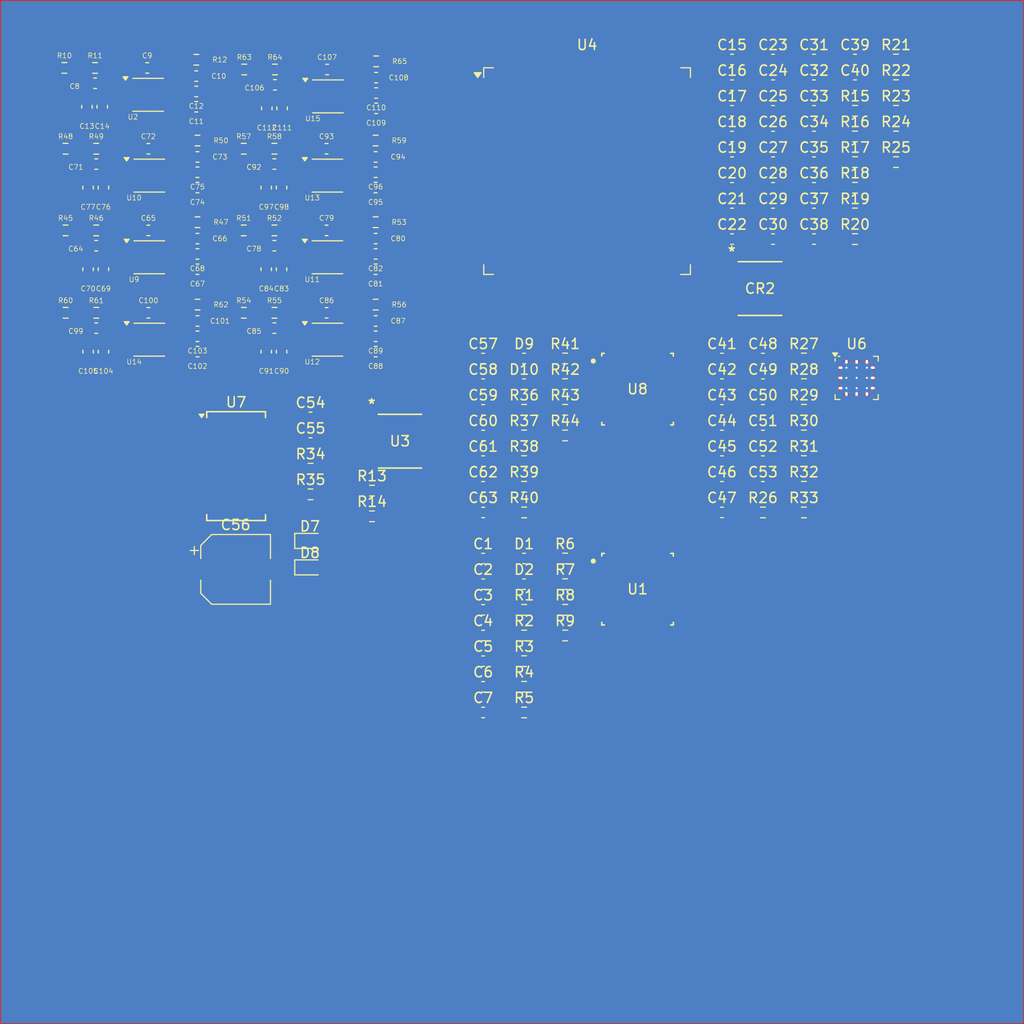
<source format=kicad_pcb>
(kicad_pcb (version 20241229) (generator "pcbnew") (generator_version "9.0")
  (layers (0 "F.Cu" signal) (2 "B.Cu" signal) (13 "F.Paste" user) (15 "B.Paste" user) (5 "F.SilkS" user "F.Silkscreen") (7 "B.SilkS" user "B.Silkscreen") (1 "F.Mask" user) (3 "B.Mask" user) (25 "Edge.Cuts" user))
  (net 0 "")
  (net 1 "+5V")
  (net 2 "GND")
  (net 3 "Net-(U2--IN)")
  (net 4 "Net-(U2-+IN)")
  (net 5 "/TC0/TC_INPUT-")
  (net 6 "/TC0/TC_INPUT+")
  (net 8 "/TC0/TC_OUT")
  (net 9 "Net-(U1-PLLCAP)")
  (net 10 "Net-(U1-XTAL1)")
  (net 11 "Net-(U1-XTAL2)")
  (net 12 "Net-(U4-PH0)")
  (net 13 "Net-(U4-PH1)")
  (net 14 "/STM/MCU_nRST")
  (net 15 "Net-(C18-Pad1)")
  (net 16 "Net-(C19-Pad1)")
  (net 17 "Net-(U4-PC14)")
  (net 18 "Net-(U4-PC15)")
  (net 19 "/STM/MCU_VREF+")
  (net 20 "/STM/MCU_VDDA")
  (net 21 "+3V3")
  (net 22 "Net-(U6-XTAL1{slash}CLKIN)")
  (net 23 "Net-(U6-XTAL2)")
  (net 24 "/PHY/ETH_TXD_P")
  (net 25 "/PHY/ETH_TXD_N")
  (net 26 "/PHY/ETH_RXD_P")
  (net 27 "/PHY/ETH_RXD_N")
  (net 28 "/PHY/VDDCR")
  (net 29 "Net-(U7-3V3OUT)")
  (net 30 "Net-(U8-PLLCAP)")
  (net 31 "Net-(U8-XTAL1)")
  (net 32 "Net-(U8-XTAL2)")
  (net 33 "Net-(U9--IN)")
  (net 34 "Net-(U9-+IN)")
  (net 35 "Net-(U10--IN)")
  (net 36 "Net-(U10-+IN)")
  (net 37 "Net-(U11--IN)")
  (net 38 "Net-(U11-+IN)")
  (net 39 "Net-(U12--IN)")
  (net 40 "Net-(U12-+IN)")
  (net 41 "Net-(U13--IN)")
  (net 42 "Net-(U13-+IN)")
  (net 43 "Net-(U14--IN)")
  (net 44 "Net-(U14-+IN)")
  (net 45 "Net-(U15--IN)")
  (net 46 "Net-(U15-+IN)")
  (net 47 "UART4_RXD")
  (net 48 "UART4_TXD-")
  (net 50 "UART4_TXD")
  (net 51 "UART4_TXD+")
  (net 53 "Net-(D1-A)")
  (net 54 "Net-(D2-A)")
  (net 55 "Net-(D7-A)")
  (net 56 "Net-(D7-K)")
  (net 57 "Net-(D8-K)")
  (net 58 "Net-(D8-A)")
  (net 59 "Net-(D9-A)")
  (net 60 "Net-(D10-A)")
  (net 61 "Net-(U1-GPIO0)")
  (net 62 "Net-(U1-GPIO1)")
  (net 63 "Net-(U1-GPIO2)")
  (net 64 "Net-(U1-GPIO3)")
  (net 65 "Net-(U1-GPIO4)")
  (net 66 "Net-(U1-GPIO5)")
  (net 67 "Net-(U1-GPIO6)")
  (net 68 "Net-(U1-GPIO7)")
  (net 69 "Net-(U3-IN+)")
  (net 70 "SDMMC1_D3")
  (net 71 "Net-(J5-CD{slash}DAT3)")
  (net 72 "Net-(J5-DAT2)")
  (net 73 "SDMMC1_D2")
  (net 74 "SDMMC1_D1")
  (net 75 "Net-(J5-DAT1)")
  (net 76 "SDMMC1_D0")
  (net 77 "Net-(J5-DAT0)")
  (net 78 "CARD_DETECT")
  (net 79 "WRITE_PROTECT")
  (net 80 "Net-(D3-A)")
  (net 81 "Net-(D3-K)")
  (net 82 "Net-(D4-K)")
  (net 83 "Net-(U6-RBIAS)")
  (net 84 "Net-(U8-GPIO0)")
  (net 85 "Net-(U8-GPIO1)")
  (net 86 "Net-(U8-GPIO2)")
  (net 87 "Net-(U8-GPIO3)")
  (net 88 "Net-(U8-GPIO4)")
  (net 89 "Net-(U8-GPIO5)")
  (net 90 "Net-(U8-GPIO6)")
  (net 91 "Net-(U8-GPIO7)")
  (net 92 "/TC1/TC_INPUT-")
  (net 93 "/TC1/TC_INPUT+")
  (net 94 "/TC2/TC_INPUT-")
  (net 95 "/TC2/TC_INPUT+")
  (net 96 "/TC3/TC_INPUT-")
  (net 97 "/TC3/TC_INPUT+")
  (net 98 "/TC4/TC_INPUT-")
  (net 99 "/TC4/TC_INPUT+")
  (net 100 "/TC5/TC_INPUT-")
  (net 101 "/TC5/TC_INPUT+")
  (net 102 "/TC6/TC_INPUT-")
  (net 103 "/TC6/TC_INPUT+")
  (net 104 "/TC7/TC_INPUT-")
  (net 105 "/TC7/TC_INPUT+")
  (net 106 "/ADC0/AIN3")
  (net 107 "/ADC0/AIN0")
  (net 112 "/ADC0/AIN4")
  (net 113 "/ADC0/AIN13")
  (net 116 "/ADC0/AIN12")
  (net 118 "/ADC0/AIN1")
  (net 119 "/ADC0/AIN9")
  (net 120 "/ADC0/AIN5")
  (net 122 "/ADC0/AIN6")
  (net 124 "/ADC0/AIN15")
  (net 125 "/ADC0/AIN10")
  (net 127 "/ADC0/AIN14")
  (net 128 "/ADC0/AIN11")
  (net 129 "/ADC0/AIN8")
  (net 130 "/ADC0/AIN2")
  (net 131 "/ADC0/AIN7")
  (net 132 "/BUF_2V5")
  (net 136 "/STM/PC7")
  (net 137 "/STM/PB10")
  (net 138 "/STM/PB0")
  (net 139 "/STM/PE1")
  (net 140 "/STM/PD14")
  (net 141 "ETH_RXD1")
  (net 143 "/STM/PE6")
  (net 144 "/STM/PC13")
  (net 145 "/STM/PE5")
  (net 146 "/STM/PE0")
  (net 147 "/STM/PB6")
  (net 148 "/STM/PG9")
  (net 149 "/STM/PD1")
  (net 150 "/STM/PE15")
  (net 151 "/STM/PE9")
  (net 152 "ETH_TXD1")
  (net 153 "/STM/PE14")
  (net 154 "ETH_RXD0")
  (net 155 "/STM/PE4")
  (net 156 "/STM/DBG_JTDO")
  (net 157 "/STM/PA5")
  (net 158 "/STM/PB14")
  (net 159 "/STM/PE8")
  (net 160 "/STM/PG8")
  (net 161 "/STM/PG13")
  (net 162 "ETH_TX_EN")
  (net 163 "/STM/PD12")
  (net 164 "/STM/PB8")
  (net 165 "/STM/PB1")
  (net 166 "/STM/PF6")
  (net 167 "/STM/PF9")
  (net 168 "/STM/PB15")
  (net 169 "/STM/PF7")
  (net 170 "/STM/PG3")
  (net 171 "SDMMC1_CK")
  (net 172 "ETH_CRS_DV")
  (net 173 "/STM/PG2")
  (net 174 "/STM/PD13")
  (net 175 "/STM/PA8")
  (net 176 "/STM/PF4")
  (net 177 "/STM/PB5")
  (net 178 "/STM/PD4")
  (net 179 "/STM/PD3")
  (net 180 "ETH_TXD0")
  (net 181 "/STM/PC0")
  (net 182 "/STM/PC6")
  (net 183 "/STM/PG14")
  (net 184 "/STM/PF11")
  (net 185 "/STM/PE13")
  (net 186 "/STM/PF3")
  (net 187 "/STM/PG7")
  (net 188 "/STM/DBG_JTDI")
  (net 189 "/STM/PD15")
  (net 190 "/STM/PF8")
  (net 191 "/STM/PF10")
  (net 192 "/STM/PD9")
  (net 193 "/STM/PG10")
  (net 194 "/STM/PF1")
  (net 195 "/STM/PG4")
  (net 196 "/STM/PD8")
  (net 197 "/STM/PB2")
  (net 198 "/STM/DBG_JTCK-SWCLK")
  (net 199 "/STM/PA4")
  (net 200 "/STM/PC2")
  (net 201 "/STM/PA3")
  (net 202 "/STM/PE12")
  (net 203 "/STM/PG15")
  (net 204 "/STM/PF14")
  (net 205 "/STM/PA12")
  (net 206 "/STM/PG12")
  (net 207 "/STM/DBG_JTRST")
  (net 208 "ETH_MDC")
  (net 209 "SDMMC1_CMD")
  (net 210 "/STM/PE3")
  (net 211 "/STM/PB7")
  (net 212 "/STM/PF0")
  (net 213 "/STM/PD6")
  (net 214 "ETH_MDIO")
  (net 215 "/STM/PF5")
  (net 216 "ETH_REF_CLK")
  (net 217 "/STM/PD7")
  (net 218 "/STM/PF15")
  (net 219 "/STM/PD0")
  (net 220 "/STM/PE11")
  (net 221 "/STM/PD10")
  (net 222 "/STM/PE10")
  (net 223 "/STM/PG5")
  (net 224 "/STM/PD11")
  (net 225 "/STM/PA9")
  (net 226 "/STM/PA6")
  (net 227 "/STM/PG11")
  (net 228 "/STM/PF13")
  (net 229 "/STM/PE2")
  (net 230 "/STM/PA10")
  (net 231 "/STM/PE7")
  (net 232 "/STM/PF2")
  (net 233 "/STM/PF12")
  (net 234 "/STM/DBG_JTMS-SWDIO")
  (net 235 "/STM/PB9")
  (net 236 "/STM/PG6")
  (net 237 "/STM/PC3")
  (net 238 "/STM/PD5")
  (net 239 "Net-(D4-A)")
  (net 243 "USBC_D.N")
  (net 251 "USBC_D.P")
  (net 254 "/ADC1/AIN15")
  (net 255 "/ADC1/AIN13")
  (net 256 "/ADC1/AIN9")
  (net 259 "/ADC1/AIN2")
  (net 260 "/ADC1/AIN4")
  (net 263 "/ADC1/AIN5")
  (net 264 "/ADC1/AIN0")
  (net 265 "/ADC1/AIN8")
  (net 267 "/ADC1/AIN11")
  (net 268 "/ADC1/AIN14")
  (net 269 "/ADC1/AIN12")
  (net 272 "/ADC1/AIN1")
  (net 274 "/ADC1/AIN6")
  (net 275 "/ADC1/AIN3")
  (net 276 "/ADC1/AIN7")
  (net 279 "/ADC1/AIN10")
  (net 280 "/TC1/TC_OUT")
  (net 282 "/TC2/TC_OUT")
  (net 285 "/TC3/TC_OUT")
  (net 286 "/TC4/TC_OUT")
  (net 288 "/TC5/TC_OUT")
  (net 290 "/TC6/TC_OUT")
  (net 293 "/TC7/TC_OUT")
  (footprint "Capacitor_SMD:C_0603_1608Metric" (layer "F.Cu") (at 107.535 71.25)
    (property "Reference" "C51")
    (property "Value" "1u")
  )
  (footprint "Resistor_SMD:R_0603_1608Metric" (layer "F.Cu") (at 111.545 78.78)
    (property "Reference" "R33")
    (property "Value" "49.9")
  )
  (footprint "Package_SO:MSOP-8_3x3mm_P0.65mm" (layer "F.Cu") (at 47.505 61.88)
    (property "Reference" "U14")
    (property "Value" "AD8495")
  )
  (footprint "Capacitor_SMD:C_0603_1608Metric" (layer "F.Cu") (at 41.52 63.05 -90)
    (property "Reference" "C105")
    (property "Value" "10uF")
  )
  (footprint "Resistor_SMD:R_0603_1608Metric" (layer "F.Cu") (at 39.315 43.2)
    (property "Reference" "R48")
    (property "Value" "1M")
  )
  (footprint "Capacitor_SMD:C_0603_1608Metric" (layer "F.Cu") (at 69.65 60.05 180)
    (property "Reference" "C87")
    (property "Value" "1nF")
  )
  (footprint "Capacitor_SMD:C_0603_1608Metric" (layer "F.Cu") (at 80.165 85.8)
    (property "Reference" "C2")
    (property "Value" "10uF")
  )
  (footprint "Package_DFN_QFN:VQFN-24-1EP_4x4mm_P0.5mm_EP2.5x2.5mm_ThermalVias" (layer "F.Cu") (at 116.705 65.62)
    (property "Reference" "U6")
    (property "Value" "LAN8742A")
  )
  (footprint "Capacitor_SMD:C_0603_1608Metric" (layer "F.Cu") (at 59.75 60.75 180)
    (property "Reference" "C85")
    (property "Value" "1nF")
  )
  (footprint "Resistor_SMD:R_0603_1608Metric" (layer "F.Cu") (at 56.745 43.2)
    (property "Reference" "R57")
    (property "Value" "1M")
  )
  (footprint "Resistor_SMD:R_0603_1608Metric" (layer "F.Cu") (at 111.545 68.74)
    (property "Reference" "R29")
    (property "Value" "12.1k")
  )
  (footprint "Resistor_SMD:R_0603_1608Metric" (layer "F.Cu") (at 116.545 44.51)
    (property "Reference" "R17")
    (property "Value" "47k")
  )
  (footprint "Capacitor_SMD:C_0603_1608Metric" (layer "F.Cu") (at 108.525 44.51)
    (property "Reference" "C27")
    (property "Value" "100n")
  )
  (footprint "Capacitor_SMD:C_0603_1608Metric" (layer "F.Cu") (at 60.5 39.25 90)
    (property "Reference" "C111")
    (property "Value" "0.1uF")
  )
  (footprint "Capacitor_SMD:C_0603_1608Metric" (layer "F.Cu") (at 84.175 85.8)
    (property "Reference" "D2")
    (property "Value" "LED")
  )
  (footprint "Resistor_SMD:R_0603_1608Metric" (layer "F.Cu") (at 116.545 39.49)
    (property "Reference" "R15")
    (property "Value" "200k")
  )
  (footprint "Capacitor_SMD:C_0603_1608Metric" (layer "F.Cu") (at 108.525 49.53)
    (property "Reference" "C29")
    (property "Value" "100n")
  )
  (footprint "Capacitor_SMD:C_0603_1608Metric" (layer "F.Cu") (at 63.28 69.48)
    (property "Reference" "C54")
    (property "Value" "100n")
  )
  (footprint "Resistor_SMD:R_0603_1608Metric" (layer "F.Cu") (at 88.185 63.72)
    (property "Reference" "R41")
    (property "Value" "10k")
  )
  (footprint "Package_SO:MSOP-8_3x3mm_P0.65mm" (layer "F.Cu") (at 47.5 53.82)
    (property "Reference" "U9")
    (property "Value" "AD8495")
  )
  (footprint "Resistor_SMD:R_0603_1608Metric" (layer "F.Cu") (at 116.545 47.02)
    (property "Reference" "R18")
    (property "Value" "22")
  )
  (footprint "Capacitor_SMD:C_0603_1608Metric" (layer "F.Cu") (at 69.645 53.49 180)
    (property "Reference" "C82")
    (property "Value" "0.1uF")
  )
  (footprint "avi_footprint:RTC0048A-IPC_C" (layer "F.Cu") (at 95.271067 86.291065)
    (property "Reference" "U1")
    (property "Value" "ADS1158IRTCR")
  )
  (footprint "Capacitor_SMD:C_0603_1608Metric" (layer "F.Cu") (at 112.535 49.53)
    (property "Reference" "C37")
    (property "Value" "100n")
  )
  (footprint "Capacitor_SMD:C_0603_1608Metric" (layer "F.Cu") (at 80.165 71.25)
    (property "Reference" "C60")
    (property "Value" "0.1uF")
  )
  (footprint "Capacitor_SMD:C_0603_1608Metric" (layer "F.Cu") (at 59.745 44.7 180)
    (property "Reference" "C92")
    (property "Value" "1nF")
  )
  (footprint "Resistor_SMD:R_0603_1608Metric" (layer "F.Cu") (at 52.215 42.4 180)
    (property "Reference" "R50")
    (property "Value" "10k")
  )
  (footprint "Resistor_SMD:R_0603_1608Metric" (layer "F.Cu") (at 88.185 71.25)
    (property "Reference" "R44")
    (property "Value" "10k")
  )
  (footprint "Resistor_SMD:R_0603_1608Metric" (layer "F.Cu") (at 111.545 73.76)
    (property "Reference" "R31")
    (property "Value" "49.9")
  )
  (footprint "Capacitor_SMD:C_0603_1608Metric" (layer "F.Cu") (at 52.22 60.05 180)
    (property "Reference" "C101")
    (property "Value" "1nF")
  )
  (footprint "Capacitor_SMD:C_0603_1608Metric" (layer "F.Cu") (at 108.525 52.04)
    (property "Reference" "C30")
    (property "Value" "100n")
  )
  (footprint "Resistor_SMD:R_0603_1608Metric" (layer "F.Cu") (at 56.75 59.25)
    (property "Reference" "R54")
    (property "Value" "1M")
  )
  (footprint "Capacitor_SMD:C_0603_1608Metric" (layer "F.Cu") (at 108.525 47.02)
    (property "Reference" "C28")
    (property "Value" "0.1uF")
  )
  (footprint "Capacitor_SMD:C_0603_1608Metric" (layer "F.Cu") (at 107.535 66.23)
    (property "Reference" "C49")
    (property "Value" "0.022u")
  )
  (footprint "Resistor_SMD:R_0603_1608Metric" (layer "F.Cu") (at 59.745 51.19)
    (property "Reference" "R52")
    (property "Value" "10k")
  )
  (footprint "Capacitor_SMD:C_0603_1608Metric" (layer "F.Cu") (at 103.525 63.72)
    (property "Reference" "C41")
    (property "Value" "C")
  )
  (footprint "Resistor_SMD:R_0603_1608Metric" (layer "F.Cu") (at 69.645 50.39 180)
    (property "Reference" "R53")
    (property "Value" "10k")
  )
  (footprint "Capacitor_SMD:C_0603_1608Metric" (layer "F.Cu") (at 80.165 68.74)
    (property "Reference" "C59")
    (property "Value" "10uF")
  )
  (footprint "Capacitor_SMD:C_0603_1608Metric" (layer "F.Cu") (at 59.8 36.95 180)
    (property "Reference" "C106")
    (property "Value" "1nF")
  )
  (footprint "Resistor_SMD:R_0603_1608Metric" (layer "F.Cu") (at 84.175 93.33)
    (property "Reference" "R3")
    (property "Value" "10k")
  )
  (footprint "Capacitor_SMD:C_0603_1608Metric" (layer "F.Cu") (at 104.515 47.02)
    (property "Reference" "C20")
    (property "Value" "15p")
  )
  (footprint "Resistor_SMD:R_0603_1608Metric" (layer "F.Cu") (at 120.555 44.51)
    (property "Reference" "R25")
    (property "Value" "47k")
  )
  (footprint "Capacitor_SMD:C_0603_1608Metric" (layer "F.Cu") (at 58.945 54.99 -90)
    (property "Reference" "C84")
    (property "Value" "10uF")
  )
  (footprint "Capacitor_SMD:C_0603_1608Metric" (layer "F.Cu") (at 112.535 44.51)
    (property "Reference" "C35")
    (property "Value" "100n")
  )
  (footprint "Capacitor_SMD:C_0603_1608Metric" (layer "F.Cu") (at 69.7 39.25 180)
    (property "Reference" "C109")
    (property "Value" "10uF")
  )
  (footprint "Capacitor_SMD:C_0603_1608Metric" (layer "F.Cu") (at 64.845 43.2 180)
    (property "Reference" "C93")
    (property "Value" "1nF")
  )
  (footprint "Capacitor_SMD:C_0603_1608Metric" (layer "F.Cu") (at 47.415 51.19 180)
    (property "Reference" "C65")
    (property "Value" "1nF")
  )
  (footprint "Resistor_SMD:R_0603_1608Metric" (layer "F.Cu") (at 111.545 71.25)
    (property "Reference" "R30")
    (property "Value" "49.9")
  )
  (footprint "Resistor_SMD:R_0603_1608Metric" (layer "F.Cu") (at 111.545 66.23)
    (property "Reference" "R28")
    (property "Value" "270")
  )
  (footprint "Capacitor_SMD:C_0603_1608Metric" (layer "F.Cu") (at 104.515 42)
    (property "Reference" "C18")
    (property "Value" "2.2u")
  )
  (footprint "Capacitor_SMD:C_0603_1608Metric" (layer "F.Cu") (at 112.535 39.49)
    (property "Reference" "C33")
    (property "Value" "100n")
  )
  (footprint "Capacitor_SMD:C_0603_1608Metric" (layer "F.Cu") (at 52.1025 39.095 180)
    (property "Reference" "C11")
    (property "Value" "10uF")
  )
  (footprint "Capacitor_SMD:C_0603_1608Metric" (layer "F.Cu") (at 47.3025 35.295 180)
    (property "Reference" "C9")
    (property "Value" "1nF")
  )
  (footprint "Capacitor_SMD:C_0603_1608Metric" (layer "F.Cu") (at 84.175 83.29)
    (property "Reference" "D1")
    (property "Value" "LED")
  )
  (footprint "Resistor_SMD:R_0603_1608Metric" (layer "F.Cu") (at 84.175 95.84)
    (property "Reference" "R4")
    (property "Value" "10k")
  )
  (footprint "Resistor_SMD:R_0603_1608Metric" (layer "F.Cu") (at 120.555 39.49)
    (property "Reference" "R23")
    (property "Value" "47k")
  )
  (footprint "Resistor_SMD:R_0603_1608Metric" (layer "F.Cu") (at 120.555 42)
    (property "Reference" "R24")
    (property "Value" "47k")
  )
  (footprint "Capacitor_SMD:C_0603_1608Metric" (layer "F.Cu") (at 103.525 66.23)
    (property "Reference" "C42")
    (property "Value" "C")
  )
  (footprint "Resistor_SMD:R_0603_1608Metric" (layer "F.Cu") (at 88.185 66.23)
    (property "Reference" "R42")
    (property "Value" "10k")
  )
  (footprint "Capacitor_SMD:C_0603_1608Metric" (layer "F.Cu") (at 116.545 34.47)
    (property "Reference" "C39")
    (property "Value" "1u")
  )
  (footprint "Resistor_SMD:R_0603_1608Metric" (layer "F.Cu") (at 107.535 78.78)
    (property "Reference" "R26")
    (property "Value" "10k")
  )
  (footprint "Capacitor_SMD:C_0603_1608Metric" (layer "F.Cu") (at 116.545 36.98)
    (property "Reference" "C40")
    (property "Value" "4u7")
  )
  (footprint "Capacitor_SMD:C_0603_1608Metric" (layer "F.Cu") (at 84.175 63.72)
    (property "Reference" "D9")
    (property "Value" "LED")
  )
  (footprint "Resistor_SMD:R_0603_1608Metric" (layer "F.Cu") (at 84.175 98.35)
    (property "Reference" "R5")
    (property "Value" "10k")
  )
  (footprint "Capacitor_SMD:C_0603_1608Metric" (layer "F.Cu") (at 64.845 51.19 180)
    (property "Reference" "C79")
    (property "Value" "1nF")
  )
  (footprint "Package_SO:MSOP-8_3x3mm_P0.65mm" (layer "F.Cu") (at 47.5 45.83)
    (property "Reference" "U10")
    (property "Value" "AD8495")
  )
  (footprint "Package_QFP:LQFP-144_20x20mm_P0.5mm" (layer "F.Cu") (at 90.335 45.39)
    (property "Reference" "U4")
    (property "Value" "STM32H730ZBTx")
  )
  (footprint "Resistor_SMD:R_0603_1608Metric" (layer "F.Cu") (at 116.545 42)
    (property "Reference" "R16")
    (property "Value" "22")
  )
  (footprint "Resistor_SMD:R_0603_1608Metric" (layer "F.Cu") (at 84.175 78.78)
    (property "Reference" "R40")
    (property "Value" "10k")
  )
  (footprint "Resistor_SMD:R_0603_1608Metric" (layer "F.Cu") (at 39.315 51.19)
    (property "Reference" "R45")
    (property "Value" "1M")
  )
  (footprint "Package_SO:MSOP-8_3x3mm_P0.65mm" (layer "F.Cu") (at 64.985 38.08)
    (property "Reference" "U15")
    (property "Value" "AD8495")
  )
  (footprint "Resistor_SMD:R_0603_1608Metric" (layer "F.Cu") (at 84.175 73.76)
    (property "Reference" "R38")
    (property "Value" "10k")
  )
  (footprint "Resistor_SMD:R_0603_1608Metric" (layer "F.Cu") (at 69.65 58.45 180)
    (property "Reference" "R56")
    (property "Value" "10k")
  )
  (footprint "Capacitor_SMD:C_0603_1608Metric" (layer "F.Cu") (at 52.215 44 180)
    (property "Reference" "C73")
    (property "Value" "1nF")
  )
  (footprint "Capacitor_SMD:C_0603_1608Metric" (layer "F.Cu") (at 107.535 68.74)
    (property "Reference" "C50")
    (property "Value" "470p")
  )
  (footprint "Capacitor_SMD:C_0603_1608Metric" (layer "F.Cu") (at 108.525 34.47)
    (property "Reference" "C23")
    (property "Value" "100n")
  )
  (footprint "Resistor_SMD:R_0603_1608Metric" (layer "F.Cu") (at 84.175 76.27)
    (property "Reference" "R39")
    (property "Value" "10k")
  )
  (footprint "Capacitor_SMD:C_0603_1608Metric" (layer "F.Cu") (at 60.445 54.99 90)
    (property "Reference" "C83")
    (property "Value" "0.1uF")
  )
  (footprint "Capacitor_SMD:C_0603_1608Metric" (layer "F.Cu") (at 69.645 54.99 180)
    (property "Reference" "C81")
    (property "Value" "10uF")
  )
  (footprint "Capacitor_SMD:C_0603_1608Metric" (layer "F.Cu") (at 69.7 37.75 180)
    (property "Reference" "C110")
    (property "Value" "0.1uF")
  )
  (footprint "Capacitor_SMD:C_0603_1608Metric" (layer "F.Cu") (at 43.02 63.05 90)
    (property "Reference" "C104")
    (property "Value" "0.1uF")
  )
  (footprint "Resistor_SMD:R_0603_1608Metric" (layer "F.Cu") (at 59.75 59.25)
    (property "Reference" "R55")
    (property "Value" "10k")
  )
  (footprint "Resistor_SMD:R_0603_1608Metric" (layer "F.Cu") (at 63.28 77.01)
    (property "Reference" "R35")
    (property "Value" "150")
  )
  (footprint "Capacitor_SMD:C_0603_1608Metric" (layer "F.Cu") (at 104.515 52.04)
    (property "Reference" "C22")
    (property "Value" "100n")
  )
  (footprint "Capacitor_SMD:C_0603_1608Metric" (layer "F.Cu") (at 112.535 34.47)
    (property "Reference" "C31")
    (property "Value" "100n")
  )
  (footprint "Resistor_SMD:R_0603_1608Metric" (layer "F.Cu") (at 111.545 63.72)
    (property "Reference" "R27")
    (property "Value" "270")
  )
  (footprint "Capacitor_SMD:C_0603_1608Metric" (layer "F.Cu") (at 63.28 71.99)
    (property "Reference" "C55")
    (property "Value" ".1u")
  )
  (footprint "Capacitor_SMD:C_0603_1608Metric" (layer "F.Cu") (at 52.215 51.99 180)
    (property "Reference" "C66")
    (property "Value" "1nF")
  )
  (footprint "Capacitor_SMD:CP_Elec_6.3x7.7" (layer "F.Cu") (at 55.95 84.35)
    (property "Reference" "C56")
    (property "Value" "4.7u")
  )
  (footprint "Capacitor_SMD:C_0603_1608Metric" (layer "F.Cu") (at 43.015 47 90)
    (property "Reference" "C76")
    (property "Value" "0.1uF")
  )
  (footprint "Capacitor_SMD:C_0603_1608Metric" (layer "F.Cu") (at 112.535 52.04)
    (property "Reference" "C38")
    (property "Value" "100n")
  )
  (footprint "Resistor_SMD:R_0603_1608Metric" (layer "F.Cu") (at 42.32 59.25)
    (property "Reference" "R61")
    (property "Value" "10k")
  )
  (footprint "Capacitor_SMD:C_0603_1608Metric" (layer "F.Cu") (at 112.535 47.02)
    (property "Reference" "C36")
    (property "Value" "100n")
  )
  (footprint "Capacitor_SMD:C_0603_1608Metric" (layer "F.Cu") (at 104.515 39.49)
    (property "Reference" "C17")
    (property "Value" "100n")
  )
  (footprint "Capacitor_SMD:C_0603_1608Metric" (layer "F.Cu") (at 69.65 63.05 180)
    (property "Reference" "C88")
    (property "Value" "10uF")
  )
  (footprint "Capacitor_SMD:C_0603_1608Metric" (layer "F.Cu") (at 80.165 76.27)
    (property "Reference" "C62")
    (property "Value" "4.7pf")
  )
  (footprint "Capacitor_SMD:C_0603_1608Metric" (layer "F.Cu") (at 52.215 54.99 180)
    (property "Reference" "C67")
    (property "Value" "10uF")
  )
  (footprint "Capacitor_SMD:C_0603_1608Metric" (layer "F.Cu") (at 43.015 54.99 90)
    (property "Reference" "C69")
    (property "Value" "0.1uF")
  )
  (footprint "Capacitor_SMD:C_0603_1608Metric" (layer "F.Cu") (at 107.535 73.76)
    (property "Reference" "C52")
    (property "Value" "1u")
  )
  (footprint "Capacitor_SMD:C_0603_1608Metric" (layer "F.Cu") (at 42.32 60.75 180)
    (property "Reference" "C99")
    (property "Value" "1nF")
  )
  (footprint "Resistor_SMD:R_0603_1608Metric" (layer "F.Cu") (at 88.185 88.31)
    (property "Reference" "R8")
    (property "Value" "10k")
  )
  (footprint "Capacitor_SMD:C_0603_1608Metric" (layer "F.Cu") (at 80.165 98.35)
    (property "Reference" "C7")
    (property "Value" "4.7pf")
  )
  (footprint "Capacitor_SMD:C_0603_1608Metric" (layer "F.Cu") (at 104.515 36.98)
    (property "Reference" "C16")
    (property "Value" "6p")
  )
  (footprint "Resistor_SMD:R_0603_1608Metric" (layer "F.Cu") (at 52.215 50.39 180)
    (property "Reference" "R47")
    (property "Value" "10k")
  )
  (footprint "Capacitor_SMD:C_0603_1608Metric" (layer "F.Cu") (at 42.315 52.69 180)
    (property "Reference" "C64")
    (property "Value" "1nF")
  )
  (footprint "Resistor_SMD:R_0603_1608Metric" (layer "F.Cu") (at 84.175 71.25)
    (property "Reference" "R37")
    (property "Value" "100")
  )
  (footprint "Resistor_SMD:R_0603_1608Metric" (layer "F.Cu") (at 88.185 90.82)
    (property "Reference" "R9")
    (property "Value" "10k")
  )
  (footprint "Resistor_SMD:R_0603_1608Metric" (layer "F.Cu") (at 88.185 85.8)
    (property "Reference" "R7")
    (property "Value" "10k")
  )
  (footprint "Resistor_SMD:R_0603_1608Metric" (layer "F.Cu") (at 120.555 34.47)
    (property "Reference" "R21")
    (property "Value" "47k")
  )
  (footprint "Capacitor_SMD:C_0603_1608Metric" (layer "F.Cu") (at 47.415 43.2 180)
    (property "Reference" "C72")
    (property "Value" "1nF")
  )
  (footprint "Package_SO:MSOP-8_3x3mm_P0.65mm" (layer "F.Cu") (at 64.935 61.88)
    (property "Reference" "U12")
    (property "Value" "AD8495")
  )
  (footprint "Capacitor_SMD:C_0603_1608Metric" (layer "F.Cu") (at 104.515 49.53)
    (property "Reference" "C21")
    (property "Value" "15p")
  )
  (footprint "Capacitor_SMD:C_0603_1608Metric" (layer "F.Cu") (at 69.7 36.25 180)
    (property "Reference" "C108")
    (property "Value" "1nF")
  )
  (footprint "Capacitor_SMD:C_0603_1608Metric" (layer "F.Cu") (at 103.525 78.78)
    (property "Reference" "C47")
    (property "Value" "C")
  )
  (footprint "Resistor_SMD:R_0603_1608Metric" (layer "F.Cu") (at 69.29 79.16)
    (property "Reference" "R14")
    (property "Value" "1k")
  )
  (footprint "Resistor_SMD:R_0603_1608Metric" (layer "F.Cu") (at 56.745 51.19)
    (property "Reference" "R51")
    (property "Value" "1M")
  )
  (footprint "Capacitor_SMD:C_0603_1608Metric" (layer "F.Cu") (at 80.165 63.72)
    (property "Reference" "C57")
    (property "Value" "0.1uF")
  )
  (footprint "Resistor_SMD:R_0603_1608Metric" (layer "F.Cu") (at 56.8 35.45)
    (property "Reference" "R63")
    (property "Value" "1M")
  )
  (footprint "Capacitor_SMD:C_0603_1608Metric" (layer "F.Cu") (at 52.215 47 180)
    (property "Reference" "C74")
    (property "Value" "10uF")
  )
  (footprint "Capacitor_SMD:C_0603_1608Metric" (layer "F.Cu") (at 103.525 68.74)
    (property "Reference" "C43")
    (property "Value" "10p")
  )
  (footprint "Capacitor_SMD:C_0603_1608Metric" (layer "F.Cu") (at 41.4025 39.095 -90)
    (property "Reference" "C13")
    (property "Value" "0.1uF")
  )
  (footprint "Capacitor_SMD:C_0603_1608Metric" (layer "F.Cu") (at 80.165 90.82)
    (property "Reference" "C4")
    (property "Value" "0.1uF")
  )
  (footprint "Capacitor_SMD:C_0603_1608Metric" (layer "F.Cu") (at 60.445 47 90)
    (property "Reference" "C98")
    (property "Value" "10uF")
  )
  (footprint "Capacitor_SMD:C_0603_1608Metric" (layer "F.Cu") (at 52.22 61.55 180)
    (property "Reference" "C103")
    (property "Value" "0.1uF")
  )
  (footprint "Capacitor_SMD:C_0603_1608Metric" (layer "F.Cu") (at 103.525 73.76)
    (property "Reference" "C45")
    (property "Value" "C")
  )
  (footprint "Capacitor_SMD:C_0603_1608Metric" (layer "F.Cu") (at 60.45 63.05 90)
    (property "Reference" "C90")
    (property "Value" "0.1uF")
  )
  (footprint "Capacitor_SMD:C_0603_1608Metric" (layer "F.Cu") (at 41.515 54.99 -90)
    (property "Reference" "C70")
    (property "Value" "10uF")
  )
  (footprint "Capacitor_SMD:C_0603_1608Metric" (layer "F.Cu") (at 103.525 76.27)
    (property "Reference" "C46")
    (property "Value" "10p")
  )
  (footprint "Capacitor_SMD:C_0603_1608Metric" (layer "F.Cu") (at 108.525 36.98)
    (property "Reference" "C24")
    (property "Value" "1u")
  )
  (footprint "Capacitor_SMD:C_0603_1608Metric" (layer "F.Cu") (at 80.165 66.23)
    (property "Reference" "C58")
    (property "Value" "10uF")
  )
  (footprint "Capacitor_SMD:C_0603_1608Metric" (layer "F.Cu") (at 69.645 44 180)
    (property "Reference" "C94")
    (property "Value" "1nF")
  )
  (footprint "Capacitor_SMD:C_0603_1608Metric" (layer "F.Cu") (at 107.535 76.27)
    (property "Reference" "C53")
    (property "Value" "1u")
  )
  (footprint "LED_SMD:LED_0603_1608Metric" (layer "F.Cu") (at 63.22 84.16)
    (property "Reference" "D8")
    (property "Value" "RX_LED")
  )
  (footprint "Capacitor_SMD:C_0603_1608Metric" (layer "F.Cu") (at 104.515 44.51)
    (property "Reference" "C19")
    (property "Value" "2.2u")
  )
  (footprint "Resistor_SMD:R_0603_1608Metric" (layer "F.Cu") (at 88.185 68.74)
    (property "Reference" "R43")
    (property "Value" "10k")
  )
  (footprint "Capacitor_SMD:C_0603_1608Metric" (layer "F.Cu") (at 47.42 59.25 180)
    (property "Reference" "C100")
    (property "Value" "1nF")
  )
  (footprint "Capacitor_SMD:C_0603_1608Metric" (layer "F.Cu") (at 80.165 88.31)
    (property "Reference" "C3")
    (property "Value" "10uF")
  )
  (footprint "Capacitor_SMD:C_0603_1608Metric" (layer "F.Cu") (at 64.9 35.45 180)
    (property "Reference" "C107")
    (property "Value" "1nF")
  )
  (footprint "Resistor_SMD:R_0603_1608Metric" (layer "F.Cu") (at 39.32 59.25)
    (property "Reference" "R60")
    (property "Value" "1M")
  )
  (footprint "Capacitor_SMD:C_0603_1608Metric" (layer "F.Cu") (at 103.525 71.25)
    (property "Reference" "C44")
    (property "Value" "10p")
  )
  (footprint "Resistor_SMD:R_0603_1608Metric" (layer "F.Cu") (at 120.555 36.98)
    (property "Reference" "R22")
    (property "Value" "22")
  )
  (footprint "Resistor_SMD:R_0603_1608Metric" (layer "F.Cu") (at 42.315 43.2)
    (property "Reference" "R49")
    (property "Value" "10k")
  )
  (footprint "Package_SO:MSOP-8_3x3mm_P0.65mm" (layer "F.Cu") (at 64.93 45.83)
    (property "Reference" "U13")
    (property "Value" "AD8495")
  )
  (footprint "Resistor_SMD:R_0603_1608Metric" (layer "F.Cu") (at 69.7 34.65 180)
    (property "Reference" "R65")
    (property "Value" "10k")
  )
  (footprint "Capacitor_SMD:C_0603_1608Metric" (layer "F.Cu") (at 80.165 73.76)
    (property "Reference" "C61")
    (property "Value" "22nf")
  )
  (footprint "Capacitor_SMD:C_0603_1608Metric" (layer "F.Cu") (at 80.165 83.29)
    (property "Reference" "C1")
    (property "Value" "0.1uF")
  )
  (footprint "Capacitor_SMD:C_0603_1608Metric" (layer "F.Cu") (at 52.215 45.5 180)
    (property "Reference" "C75")
    (property "Value" "0.1uF")
  )
  (footprint "Capacitor_SMD:C_0603_1608Metric" (layer "F.Cu") (at 112.535 42)
    (property "Reference" "C34")
    (property "Value" "100n")
  )
  (footprint "Resistor_SMD:R_0603_1608Metric" (layer "F.Cu") (at 42.315 51.19)
    (property "Reference" "R46")
    (property "Value" "10k")
  )
  (footprint "Resistor_SMD:R_0603_1608Metric" (layer "F.Cu") (at 69.645 42.4 180)
    (property "Reference" "R59")
    (property "Value" "10k")
  )
  (footprint "Resistor_SMD:R_0603_1608Metric" (layer "F.Cu") (at 52.1025 34.495 180)
    (property "Reference" "R12")
    (property "Value" "10k")
  )
  (footprint "Capacitor_SMD:C_0603_1608Metric" (layer "F.Cu") (at 69.65 61.55 180)
    (property "Reference" "C89")
    (property "Value" "0.1uF")
  )
  (footprint "Capacitor_SMD:C_0603_1608Metric" (layer "F.Cu") (at 104.515 34.47)
    (property "Reference" "C15")
    (property "Value" "6p")
  )
  (footprint "Capacitor_SMD:C_0603_1608Metric" (layer "F.Cu") (at 42.2025 36.795 180)
    (property "Reference" "C8")
    (property "Value" "1nF")
  )
  (footprint "Capacitor_SMD:C_0603_1608Metric" (layer "F.Cu") (at 84.175 66.23)
    (property "Reference" "D10")
    (property "Value" "LED")
  )
  (footprint "Resistor_SMD:R_0603_1608Metric" (layer "F.Cu") (at 59.8 35.45)
    (property "Reference" "R64")
    (property "Value" "10k")
  )
  (footprint "avi_footprint:RTC0048A-IPC_C" (layer "F.Cu") (at 95.271067 66.721065)
    (property "Reference" "U8")
    (property "Value" "ADS1158IRTCR")
  )
  (footprint "Resistor_SMD:R_0603_1608Metric" (layer "F.Cu") (at 111.545 76.27)
    (property "Reference" "R32")
    (property "Value" "49.9")
  )
  (footprint "Capacitor_SMD:C_0603_1608Metric" (layer "F.Cu") (at 52.1025 36.095 180)
    (property "Reference" "C10")
    (property "Value" "1nF")
  )
  (footprint "Resistor_SMD:R_0603_1608Metric" (layer "F.Cu") (at 84.175 68.74)
    (property "Reference" "R36")
    (property "Value" "100")
  )
  (footprint "Package_SO:MSOP-8_3x3mm_P0.65mm" (layer "F.Cu") (at 64.93 53.82)
    (property "Reference" "U11")
    (property "Value" "AD8495")
  )
  (footprint "Capacitor_SMD:C_0603_1608Metric" (layer "F.Cu") (at 108.525 39.49)
    (property "Reference" "C25")
    (property "Value" "1u")
  )
  (footprint "Capacitor_SMD:C_0603_1608Metric" (layer "F.Cu") (at 52.22 63.05 180)
    (property "Reference" "C102")
    (property "Value" "10uF")
  )
  (footprint "Package_SO:SSOP-28_5.3x10.2mm_P0.65mm" (layer "F.Cu") (at 56 74.25)
    (property "Reference" "U7")
    (property "Value" "FT232RL")
  )
  (footprint "Resistor_SMD:R_0603_1608Metric" (layer "F.Cu") (at 52.22 58.45 180)
    (property "Reference" "R62")
    (property "Value" "10k")
  )
  (footprint "Resistor_SMD:R_0603_1608Metric" (layer "F.Cu") (at 116.545 49.53)
    (property "Reference" "R19")
    (property "Value" "47k")
  )
  (footprint "Capacitor_SMD:C_0603_1608Metric" (layer "F.Cu") (at 42.315 44.7 180)
    (property "Reference" "C71")
    (property "Value" "1nF")
  )
  (footprint "Capacitor_SMD:C_0603_1608Metric" (layer "F.Cu") (at 80.165 93.33)
    (property "Reference" "C5")
    (property "Value" "22nf")
  )
  (footprint "avi_footprint:R_8_ADI-M" (layer "F.Cu") (at 72.0268 71.8111)
    (property "Reference" "U3")
    (property "Value" "OP777ARZ")
  )
  (footprint "Capacitor_SMD:C_0603_1608Metric" (layer "F.Cu") (at 52.1025 37.595 180)
    (property "Reference" "C12")
    (property "Value" "0.1uF")
  )
  (footprint "Capacitor_SMD:C_0603_1608Metric" (layer "F.Cu") (at 107.535 63.72)
    (property "Reference" "C48")
    (property "Value" "10p")
  )
  (footprint "Package_SO:MSOP-8_3x3mm_P0.65mm" (layer "F.Cu") (at 47.3875 37.925)
    (property "Reference" "U2")
    (property "Value" "AD8495")
  )
  (footprint "Resistor_SMD:R_0603_1608Metric" (layer "F.Cu") (at 59.745 43.2)
    (property "Reference" "R58")
    (property "Value" "10k")
  )
  (footprint "Resistor_SMD:R_0603_1608Metric" (layer "F.Cu") (at 39.2025 35.295)
    (property "Reference" "R10")
    (property "Value" "1M")
  )
  (footprint "Capacitor_SMD:C_0603_1608Metric" (layer "F.Cu") (at 80.165 78.78)
    (property "Reference" "C63")
    (property "Value" "4.7pf")
  )
  (footprint "Capacitor_SMD:C_0603_1608Metric" (layer "F.Cu") (at 42.9025 39.095 90)
    (property "Reference" "C14")
    (property "Value" "10uF")
  )
  (footprint "Capacitor_SMD:C_0603_1608Metric" (layer "F.Cu") (at 58.945 47 -90)
    (property "Reference" "C97")
    (property "Value" "0.1uF")
  )
  (footprint "Capacitor_SMD:C_0603_1608Metric" (layer "F.Cu") (at 58.95 63.05 -90)
    (property "Reference" "C91")
    (property "Value" "10uF")
  )
  (footprint "Capacitor_SMD:C_0603_1608Metric" (layer "F.Cu") (at 69.645 51.99 180)
    (property "Reference" "C80")
    (property "Value" "1nF")
  )
  (footprint "Capacitor_SMD:C_0603_1608Metric" (layer "F.Cu") (at 108.525 42)
    (property "Reference" "C26")
    (property "Value" "100n")
  )
  (footprint "Resistor_SMD:R_0603_1608Metric" (layer "F.Cu") (at 84.175 88.31)
    (property "Reference" "R1")
    (property "Value" "100")
  )
  (footprint "Capacitor_SMD:C_0603_1608Metric" (layer "F.Cu") (at 64.85 59.25 180)
    (property "Reference" "C86")
    (property "Value" "1nF")
  )
  (footprint "Capacitor_SMD:C_0603_1608Metric" (layer "F.Cu") (at 59 39.25 -90)
    (property "Reference" "C112")
    (property "Value" "10uF")
  )
  (footprint "Capacitor_SMD:C_0603_1608Metric" (layer "F.Cu") (at 69.645 45.5 180)
    (property "Reference" "C96")
    (property "Value" "0.1uF")
  )
  (footprint "Capacitor_SMD:C_0603_1608Metric" (layer "F.Cu") (at 69.645 47 180)
    (property "Reference" "C95")
    (property "Value" "10uF")
  )
  (footprint "Capacitor_SMD:C_0603_1608Metric" (layer "F.Cu") (at 59.745 52.69 180)
    (property "Reference" "C78")
    (property "Value" "1nF")
  )
  (footprint "Resistor_SMD:R_0603_1608Metric" (layer "F.Cu") (at 63.28 74.5)
    (property "Reference" "R34")
    (property "Value" "150")
  )
  (footprint "avi_footprint:SO-8_STM-M" (layer "F.Cu") (at 107.2518 56.8811)
    (property "Reference" "CR2")
    (property "Value" "ST485BDR")
  )
  (footprint "Capacitor_SMD:C_0603_1608Metric" (layer "F.Cu") (at 41.515 47 -90)
    (property "Reference" "C77")
    (property "Value" "10uF")
  )
  (footprint "Resistor_SMD:R_0603_1608Metric" (layer "F.Cu") (at 84.175 90.82)
    (property "Reference" "R2")
    (property "Value" "100")
  )
  (footprint "Resistor_SMD:R_0603_1608Metric" (layer "F.Cu") (at 69.29 76.65)
    (property "Reference" "R13")
    (property "Value" "1k")
  )
  (footprint "Resistor_SMD:R_0603_1608Metric" (layer "F.Cu") (at 88.185 83.29)
    (property "Reference" "R6")
    (property "Value" "10k")
  )
  (footprint "Capacitor_SMD:C_0603_1608Metric" (layer "F.Cu") (at 52.215 53.49 180)
    (property "Reference" "C68")
    (property "Value" "0.1uF")
  )
  (footprint "Capacitor_SMD:C_0603_1608Metric" (layer "F.Cu") (at 112.535 36.98)
    (property "Reference" "C32")
    (property "Value" "100n")
  )
  (footprint "Resistor_SMD:R_0603_1608Metric" (layer "F.Cu") (at 42.2025 35.295)
    (property "Reference" "R11")
    (property "Value" "10k")
  )
  (footprint "LED_SMD:LED_0603_1608Metric" (layer "F.Cu") (at 63.22 81.57)
    (property "Reference" "D7")
    (property "Value" "TX_LED")
  )
  (footprint "Resistor_SMD:R_0603_1608Metric" (layer "F.Cu") (at 116.545 52.04)
    (property "Reference" "R20")
    (property "Value" "22")
  )
  (footprint "Capacitor_SMD:C_0603_1608Metric" (layer "F.Cu") (at 80.165 95.84)
    (property "Reference" "C6")
    (property "Value" "4.7pf")
  )
  (gr_rect (start 33 28.75) (end 133 128.75) (stroke (width 0.2)) (fill no) (layer "F.Cu"))
  (zone (net 2) (net_name "GND") (layers "F.Cu" "B.Cu") (connect_pads (clearance 0)) (min_thickness 0.25) (fill yes (thermal_gap 0.5) (thermal_bridge_width 0.5))
    (polygon (pts (xy 133 28.75) (xy 33 28.75) (xy 33 128.75) (xy 133 128.75)))
  )
)
</source>
